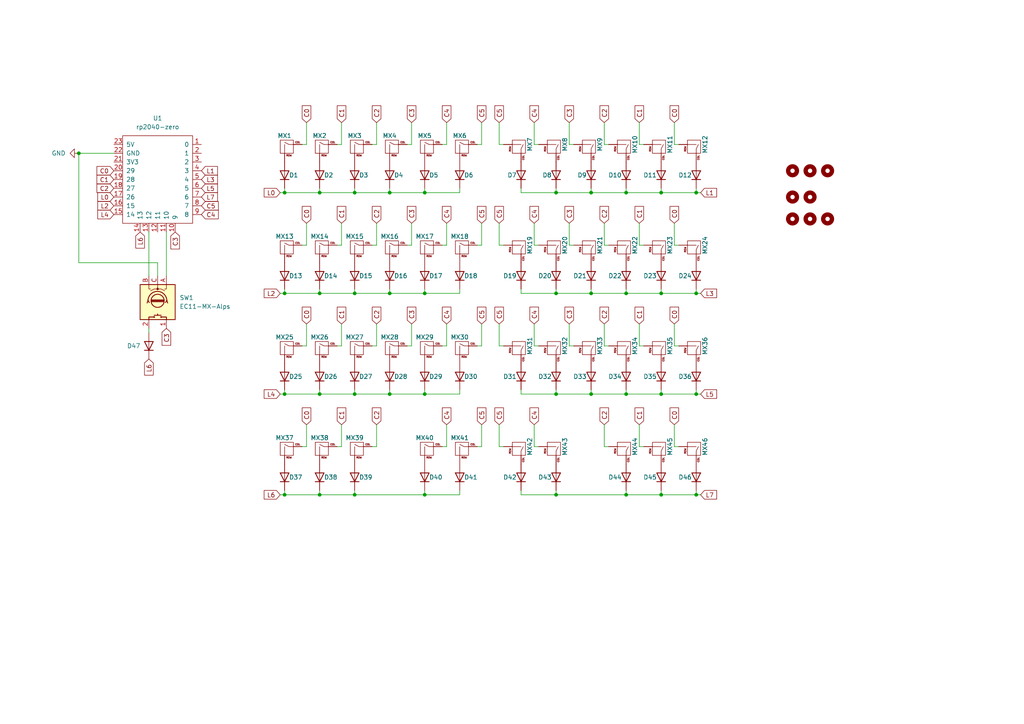
<source format=kicad_sch>
(kicad_sch (version 20230121) (generator eeschema)
  (paper "A4")
  (junction (at 201.93 114.3))
  (junction (at 22.86 44.45))
  (junction (at 181.61 114.3))
  (junction (at 161.29 114.3))
  (junction (at 123.19 143.51))
  (junction (at 191.77 143.51))
  (junction (at 191.77 114.3))
  (junction (at 181.61 143.51))
  (junction (at 113.03 114.3))
  (junction (at 171.45 55.88))
  (junction (at 113.03 85.09))
  (junction (at 82.55 143.51))
  (junction (at 102.87 55.88))
  (junction (at 161.29 55.88))
  (junction (at 191.77 85.09))
  (junction (at 123.19 114.3))
  (junction (at 82.55 85.09))
  (junction (at 123.19 55.88))
  (junction (at 82.55 114.3))
  (junction (at 201.93 55.88))
  (junction (at 113.03 55.88))
  (junction (at 201.93 85.09))
  (junction (at 181.61 55.88))
  (junction (at 123.19 85.09))
  (junction (at 92.71 114.3))
  (junction (at 201.93 143.51))
  (junction (at 92.71 143.51))
  (junction (at 92.71 85.09))
  (junction (at 102.87 114.3))
  (junction (at 82.55 55.88))
  (junction (at 181.61 85.09))
  (junction (at 161.29 143.51))
  (junction (at 171.45 114.3))
  (junction (at 171.45 85.09))
  (junction (at 161.29 85.09))
  (junction (at 92.71 55.88))
  (junction (at 191.77 55.88))
  (junction (at 102.87 85.09))
  (junction (at 102.87 143.51))
  (wire (pts (xy 185.42 129.54) (xy 186.69 129.54)))
  (wire (pts (xy 123.19 55.88) (xy 133.35 55.88)))
  (wire (pts (xy 88.9 123.19) (xy 88.9 129.54)))
  (wire (pts (xy 82.55 114.3) (xy 82.55 113.03)))
  (wire (pts (xy 201.93 85.09) (xy 191.77 85.09)))
  (wire (pts (xy 99.06 71.12) (xy 97.79 71.12)))
  (wire (pts (xy 139.7 129.54) (xy 138.43 129.54)))
  (wire (pts (xy 175.26 71.12) (xy 176.53 71.12)))
  (wire (pts (xy 181.61 55.88) (xy 171.45 55.88)))
  (wire (pts (xy 43.18 67.31) (xy 43.18 80.01)))
  (wire (pts (xy 191.77 143.51) (xy 191.77 142.24)))
  (wire (pts (xy 81.28 114.3) (xy 82.55 114.3)))
  (wire (pts (xy 161.29 143.51) (xy 181.61 143.51)))
  (wire (pts (xy 119.38 35.56) (xy 119.38 41.91)))
  (wire (pts (xy 161.29 114.3) (xy 161.29 113.03)))
  (wire (pts (xy 139.7 71.12) (xy 138.43 71.12)))
  (wire (pts (xy 102.87 85.09) (xy 113.03 85.09)))
  (wire (pts (xy 175.26 123.19) (xy 175.26 129.54)))
  (wire (pts (xy 161.29 85.09) (xy 151.13 85.09)))
  (wire (pts (xy 92.71 85.09) (xy 102.87 85.09)))
  (wire (pts (xy 139.7 93.98) (xy 139.7 100.33)))
  (wire (pts (xy 123.19 143.51) (xy 133.35 143.51)))
  (wire (pts (xy 81.28 85.09) (xy 82.55 85.09)))
  (wire (pts (xy 171.45 114.3) (xy 171.45 113.03)))
  (wire (pts (xy 203.2 114.3) (xy 201.93 114.3)))
  (wire (pts (xy 203.2 143.51) (xy 201.93 143.51)))
  (wire (pts (xy 82.55 114.3) (xy 92.71 114.3)))
  (wire (pts (xy 191.77 85.09) (xy 181.61 85.09)))
  (wire (pts (xy 191.77 114.3) (xy 191.77 113.03)))
  (wire (pts (xy 102.87 114.3) (xy 102.87 113.03)))
  (wire (pts (xy 144.78 41.91) (xy 146.05 41.91)))
  (wire (pts (xy 185.42 123.19) (xy 185.42 129.54)))
  (wire (pts (xy 161.29 55.88) (xy 161.29 54.61)))
  (wire (pts (xy 88.9 71.12) (xy 87.63 71.12)))
  (wire (pts (xy 102.87 55.88) (xy 102.87 54.61)))
  (wire (pts (xy 109.22 100.33) (xy 107.95 100.33)))
  (wire (pts (xy 181.61 55.88) (xy 181.61 54.61)))
  (wire (pts (xy 92.71 85.09) (xy 92.71 83.82)))
  (wire (pts (xy 113.03 114.3) (xy 123.19 114.3)))
  (wire (pts (xy 133.35 55.88) (xy 133.35 54.61)))
  (wire (pts (xy 123.19 85.09) (xy 123.19 83.82)))
  (wire (pts (xy 129.54 93.98) (xy 129.54 100.33)))
  (wire (pts (xy 48.26 67.31) (xy 48.26 80.01)))
  (wire (pts (xy 119.38 100.33) (xy 118.11 100.33)))
  (wire (pts (xy 161.29 143.51) (xy 151.13 143.51)))
  (wire (pts (xy 161.29 85.09) (xy 161.29 83.82)))
  (wire (pts (xy 165.1 93.98) (xy 165.1 100.33)))
  (wire (pts (xy 133.35 143.51) (xy 133.35 142.24)))
  (wire (pts (xy 165.1 64.77) (xy 165.1 71.12)))
  (wire (pts (xy 191.77 55.88) (xy 181.61 55.88)))
  (wire (pts (xy 201.93 143.51) (xy 191.77 143.51)))
  (wire (pts (xy 45.72 80.01) (xy 45.72 76.2)))
  (wire (pts (xy 99.06 129.54) (xy 97.79 129.54)))
  (wire (pts (xy 195.58 71.12) (xy 196.85 71.12)))
  (wire (pts (xy 123.19 55.88) (xy 123.19 54.61)))
  (wire (pts (xy 99.06 93.98) (xy 99.06 100.33)))
  (wire (pts (xy 185.42 100.33) (xy 186.69 100.33)))
  (wire (pts (xy 113.03 55.88) (xy 123.19 55.88)))
  (wire (pts (xy 195.58 64.77) (xy 195.58 71.12)))
  (wire (pts (xy 109.22 41.91) (xy 107.95 41.91)))
  (wire (pts (xy 82.55 143.51) (xy 92.71 143.51)))
  (wire (pts (xy 92.71 143.51) (xy 92.71 142.24)))
  (wire (pts (xy 43.18 96.52) (xy 43.18 95.25)))
  (wire (pts (xy 113.03 114.3) (xy 113.03 113.03)))
  (wire (pts (xy 88.9 64.77) (xy 88.9 71.12)))
  (wire (pts (xy 201.93 143.51) (xy 201.93 142.24)))
  (wire (pts (xy 171.45 85.09) (xy 161.29 85.09)))
  (wire (pts (xy 82.55 55.88) (xy 92.71 55.88)))
  (wire (pts (xy 154.94 129.54) (xy 156.21 129.54)))
  (wire (pts (xy 165.1 35.56) (xy 165.1 41.91)))
  (wire (pts (xy 144.78 123.19) (xy 144.78 129.54)))
  (wire (pts (xy 154.94 64.77) (xy 154.94 71.12)))
  (wire (pts (xy 113.03 85.09) (xy 113.03 83.82)))
  (wire (pts (xy 139.7 100.33) (xy 138.43 100.33)))
  (wire (pts (xy 92.71 55.88) (xy 92.71 54.61)))
  (wire (pts (xy 195.58 100.33) (xy 196.85 100.33)))
  (wire (pts (xy 99.06 35.56) (xy 99.06 41.91)))
  (wire (pts (xy 175.26 41.91) (xy 176.53 41.91)))
  (wire (pts (xy 129.54 41.91) (xy 128.27 41.91)))
  (wire (pts (xy 181.61 85.09) (xy 171.45 85.09)))
  (wire (pts (xy 195.58 93.98) (xy 195.58 100.33)))
  (wire (pts (xy 109.22 64.77) (xy 109.22 71.12)))
  (wire (pts (xy 185.42 71.12) (xy 186.69 71.12)))
  (wire (pts (xy 99.06 123.19) (xy 99.06 129.54)))
  (wire (pts (xy 161.29 143.51) (xy 161.29 142.24)))
  (wire (pts (xy 119.38 93.98) (xy 119.38 100.33)))
  (wire (pts (xy 185.42 64.77) (xy 185.42 71.12)))
  (wire (pts (xy 133.35 85.09) (xy 133.35 83.82)))
  (wire (pts (xy 175.26 64.77) (xy 175.26 71.12)))
  (wire (pts (xy 109.22 35.56) (xy 109.22 41.91)))
  (wire (pts (xy 151.13 85.09) (xy 151.13 83.82)))
  (wire (pts (xy 119.38 64.77) (xy 119.38 71.12)))
  (wire (pts (xy 151.13 114.3) (xy 151.13 113.03)))
  (wire (pts (xy 123.19 85.09) (xy 133.35 85.09)))
  (wire (pts (xy 99.06 64.77) (xy 99.06 71.12)))
  (wire (pts (xy 165.1 100.33) (xy 166.37 100.33)))
  (wire (pts (xy 181.61 114.3) (xy 171.45 114.3)))
  (wire (pts (xy 88.9 129.54) (xy 87.63 129.54)))
  (wire (pts (xy 22.86 76.2) (xy 22.86 44.45)))
  (wire (pts (xy 123.19 143.51) (xy 123.19 142.24)))
  (wire (pts (xy 139.7 64.77) (xy 139.7 71.12)))
  (wire (pts (xy 102.87 143.51) (xy 102.87 142.24)))
  (wire (pts (xy 92.71 143.51) (xy 102.87 143.51)))
  (wire (pts (xy 181.61 143.51) (xy 181.61 142.24)))
  (wire (pts (xy 165.1 71.12) (xy 166.37 71.12)))
  (wire (pts (xy 102.87 85.09) (xy 102.87 83.82)))
  (wire (pts (xy 175.26 93.98) (xy 175.26 100.33)))
  (wire (pts (xy 195.58 41.91) (xy 196.85 41.91)))
  (wire (pts (xy 45.72 76.2) (xy 22.86 76.2)))
  (wire (pts (xy 109.22 123.19) (xy 109.22 129.54)))
  (wire (pts (xy 201.93 85.09) (xy 201.93 83.82)))
  (wire (pts (xy 161.29 114.3) (xy 151.13 114.3)))
  (wire (pts (xy 154.94 41.91) (xy 156.21 41.91)))
  (wire (pts (xy 175.26 100.33) (xy 176.53 100.33)))
  (wire (pts (xy 161.29 55.88) (xy 151.13 55.88)))
  (wire (pts (xy 195.58 35.56) (xy 195.58 41.91)))
  (wire (pts (xy 144.78 93.98) (xy 144.78 100.33)))
  (wire (pts (xy 175.26 35.56) (xy 175.26 41.91)))
  (wire (pts (xy 154.94 100.33) (xy 156.21 100.33)))
  (wire (pts (xy 165.1 41.91) (xy 166.37 41.91)))
  (wire (pts (xy 191.77 55.88) (xy 191.77 54.61)))
  (wire (pts (xy 185.42 93.98) (xy 185.42 100.33)))
  (wire (pts (xy 82.55 85.09) (xy 92.71 85.09)))
  (wire (pts (xy 81.28 143.51) (xy 82.55 143.51)))
  (wire (pts (xy 154.94 71.12) (xy 156.21 71.12)))
  (wire (pts (xy 22.86 44.45) (xy 33.02 44.45)))
  (wire (pts (xy 88.9 100.33) (xy 87.63 100.33)))
  (wire (pts (xy 92.71 114.3) (xy 102.87 114.3)))
  (wire (pts (xy 181.61 85.09) (xy 181.61 83.82)))
  (wire (pts (xy 92.71 114.3) (xy 92.71 113.03)))
  (wire (pts (xy 139.7 35.56) (xy 139.7 41.91)))
  (wire (pts (xy 144.78 100.33) (xy 146.05 100.33)))
  (wire (pts (xy 123.19 114.3) (xy 133.35 114.3)))
  (wire (pts (xy 139.7 41.91) (xy 138.43 41.91)))
  (wire (pts (xy 175.26 129.54) (xy 176.53 129.54)))
  (wire (pts (xy 92.71 55.88) (xy 102.87 55.88)))
  (wire (pts (xy 102.87 143.51) (xy 123.19 143.51)))
  (wire (pts (xy 88.9 93.98) (xy 88.9 100.33)))
  (wire (pts (xy 129.54 71.12) (xy 128.27 71.12)))
  (wire (pts (xy 201.93 55.88) (xy 191.77 55.88)))
  (wire (pts (xy 203.2 85.09) (xy 201.93 85.09)))
  (wire (pts (xy 88.9 35.56) (xy 88.9 41.91)))
  (wire (pts (xy 139.7 123.19) (xy 139.7 129.54)))
  (wire (pts (xy 191.77 114.3) (xy 181.61 114.3)))
  (wire (pts (xy 129.54 35.56) (xy 129.54 41.91)))
  (wire (pts (xy 144.78 129.54) (xy 146.05 129.54)))
  (wire (pts (xy 119.38 41.91) (xy 118.11 41.91)))
  (wire (pts (xy 151.13 143.51) (xy 151.13 142.24)))
  (wire (pts (xy 82.55 143.51) (xy 82.55 142.24)))
  (wire (pts (xy 203.2 55.88) (xy 201.93 55.88)))
  (wire (pts (xy 99.06 100.33) (xy 97.79 100.33)))
  (wire (pts (xy 109.22 71.12) (xy 107.95 71.12)))
  (wire (pts (xy 151.13 55.88) (xy 151.13 54.61)))
  (wire (pts (xy 99.06 41.91) (xy 97.79 41.91)))
  (wire (pts (xy 201.93 55.88) (xy 201.93 54.61)))
  (wire (pts (xy 195.58 129.54) (xy 196.85 129.54)))
  (wire (pts (xy 82.55 55.88) (xy 82.55 54.61)))
  (wire (pts (xy 185.42 35.56) (xy 185.42 41.91)))
  (wire (pts (xy 113.03 55.88) (xy 113.03 54.61)))
  (wire (pts (xy 201.93 114.3) (xy 201.93 113.03)))
  (wire (pts (xy 129.54 129.54) (xy 128.27 129.54)))
  (wire (pts (xy 154.94 93.98) (xy 154.94 100.33)))
  (wire (pts (xy 129.54 123.19) (xy 129.54 129.54)))
  (wire (pts (xy 144.78 35.56) (xy 144.78 41.91)))
  (wire (pts (xy 195.58 123.19) (xy 195.58 129.54)))
  (wire (pts (xy 88.9 41.91) (xy 87.63 41.91)))
  (wire (pts (xy 171.45 55.88) (xy 171.45 54.61)))
  (wire (pts (xy 181.61 114.3) (xy 181.61 113.03)))
  (wire (pts (xy 144.78 64.77) (xy 144.78 71.12)))
  (wire (pts (xy 102.87 55.88) (xy 113.03 55.88)))
  (wire (pts (xy 82.55 85.09) (xy 82.55 83.82)))
  (wire (pts (xy 81.28 55.88) (xy 82.55 55.88)))
  (wire (pts (xy 191.77 85.09) (xy 191.77 83.82)))
  (wire (pts (xy 102.87 114.3) (xy 113.03 114.3)))
  (wire (pts (xy 129.54 100.33) (xy 128.27 100.33)))
  (wire (pts (xy 185.42 41.91) (xy 186.69 41.91)))
  (wire (pts (xy 109.22 129.54) (xy 107.95 129.54)))
  (wire (pts (xy 123.19 114.3) (xy 123.19 113.03)))
  (wire (pts (xy 133.35 114.3) (xy 133.35 113.03)))
  (wire (pts (xy 171.45 114.3) (xy 161.29 114.3)))
  (wire (pts (xy 201.93 114.3) (xy 191.77 114.3)))
  (wire (pts (xy 144.78 71.12) (xy 146.05 71.12)))
  (wire (pts (xy 109.22 93.98) (xy 109.22 100.33)))
  (wire (pts (xy 129.54 64.77) (xy 129.54 71.12)))
  (wire (pts (xy 113.03 85.09) (xy 123.19 85.09)))
  (wire (pts (xy 171.45 85.09) (xy 171.45 83.82)))
  (wire (pts (xy 119.38 71.12) (xy 118.11 71.12)))
  (wire (pts (xy 154.94 123.19) (xy 154.94 129.54)))
  (wire (pts (xy 171.45 55.88) (xy 161.29 55.88)))
  (wire (pts (xy 154.94 35.56) (xy 154.94 41.91)))
  (wire (pts (xy 191.77 143.51) (xy 181.61 143.51)))
  (global_label "C2" (shape input) (at 175.26 93.98 90) (property "Intersheetrefs" "${INTERSHEET_REFS}" (effects hide)))
  (global_label "C0" (shape input) (at 88.9 123.19 90) (property "Intersheetrefs" "${INTERSHEET_REFS}" (effects hide)))
  (global_label "C4" (shape input) (at 154.94 123.19 90) (property "Intersheetrefs" "${INTERSHEET_REFS}" (effects hide)))
  (global_label "L3" (shape input) (at 203.2 85.09 0) (property "Intersheetrefs" "${INTERSHEET_REFS}" (effects hide)))
  (global_label "C3" (shape input) (at 165.1 93.98 90) (property "Intersheetrefs" "${INTERSHEET_REFS}" (effects hide)))
  (global_label "L6" (shape input) (at 43.18 104.14 270) (property "Intersheetrefs" "${INTERSHEET_REFS}" (effects hide)))
  (global_label "C4" (shape input) (at 129.54 123.19 90) (property "Intersheetrefs" "${INTERSHEET_REFS}" (effects hide)))
  (global_label "L0" (shape input) (at 33.02 57.15 180) (property "Intersheetrefs" "${INTERSHEET_REFS}" (effects hide)))
  (global_label "C1" (shape input) (at 99.06 123.19 90) (property "Intersheetrefs" "${INTERSHEET_REFS}" (effects hide)))
  (global_label "L3" (shape input) (at 58.42 52.07 0) (property "Intersheetrefs" "${INTERSHEET_REFS}" (effects hide)))
  (global_label "L7" (shape input) (at 203.2 143.51 0) (property "Intersheetrefs" "${INTERSHEET_REFS}" (effects hide)))
  (global_label "C3" (shape input) (at 119.38 64.77 90) (property "Intersheetrefs" "${INTERSHEET_REFS}" (effects hide)))
  (global_label "C4" (shape input) (at 154.94 35.56 90) (property "Intersheetrefs" "${INTERSHEET_REFS}" (effects hide)))
  (global_label "C0" (shape input) (at 88.9 93.98 90) (property "Intersheetrefs" "${INTERSHEET_REFS}" (effects hide)))
  (global_label "L0" (shape input) (at 81.28 55.88 180) (property "Intersheetrefs" "${INTERSHEET_REFS}" (effects hide)))
  (global_label "C5" (shape input) (at 139.7 64.77 90) (property "Intersheetrefs" "${INTERSHEET_REFS}" (effects hide)))
  (global_label "L2" (shape input) (at 81.28 85.09 180) (property "Intersheetrefs" "${INTERSHEET_REFS}" (effects hide)))
  (global_label "L4" (shape input) (at 33.02 62.23 180) (property "Intersheetrefs" "${INTERSHEET_REFS}" (effects hide)))
  (global_label "C5" (shape input) (at 58.42 59.69 0) (property "Intersheetrefs" "${INTERSHEET_REFS}" (effects hide)))
  (global_label "C0" (shape input) (at 195.58 64.77 90) (property "Intersheetrefs" "${INTERSHEET_REFS}" (effects hide)))
  (global_label "L5" (shape input) (at 203.2 114.3 0) (property "Intersheetrefs" "${INTERSHEET_REFS}" (effects hide)))
  (global_label "C5" (shape input) (at 144.78 123.19 90) (property "Intersheetrefs" "${INTERSHEET_REFS}" (effects hide)))
  (global_label "C4" (shape input) (at 129.54 64.77 90) (property "Intersheetrefs" "${INTERSHEET_REFS}" (effects hide)))
  (global_label "L5" (shape input) (at 58.42 54.61 0) (property "Intersheetrefs" "${INTERSHEET_REFS}" (effects hide)))
  (global_label "C1" (shape input) (at 185.42 64.77 90) (property "Intersheetrefs" "${INTERSHEET_REFS}" (effects hide)))
  (global_label "L2" (shape input) (at 33.02 59.69 180) (property "Intersheetrefs" "${INTERSHEET_REFS}" (effects hide)))
  (global_label "C3" (shape input) (at 119.38 35.56 90) (property "Intersheetrefs" "${INTERSHEET_REFS}" (effects hide)))
  (global_label "L7" (shape input) (at 58.42 57.15 0) (property "Intersheetrefs" "${INTERSHEET_REFS}" (effects hide)))
  (global_label "C2" (shape input) (at 109.22 35.56 90) (property "Intersheetrefs" "${INTERSHEET_REFS}" (effects hide)))
  (global_label "L1" (shape input) (at 58.42 49.53 0) (property "Intersheetrefs" "${INTERSHEET_REFS}" (effects hide)))
  (global_label "C1" (shape input) (at 33.02 52.07 180) (property "Intersheetrefs" "${INTERSHEET_REFS}" (effects hide)))
  (global_label "L6" (shape input) (at 81.28 143.51 180) (property "Intersheetrefs" "${INTERSHEET_REFS}" (effects hide)))
  (global_label "C1" (shape input) (at 185.42 93.98 90) (property "Intersheetrefs" "${INTERSHEET_REFS}" (effects hide)))
  (global_label "C3" (shape input) (at 50.8 67.31 270) (property "Intersheetrefs" "${INTERSHEET_REFS}" (effects hide)))
  (global_label "C0" (shape input) (at 195.58 123.19 90) (property "Intersheetrefs" "${INTERSHEET_REFS}" (effects hide)))
  (global_label "C4" (shape input) (at 154.94 64.77 90) (property "Intersheetrefs" "${INTERSHEET_REFS}" (effects hide)))
  (global_label "C4" (shape input) (at 154.94 93.98 90) (property "Intersheetrefs" "${INTERSHEET_REFS}" (effects hide)))
  (global_label "C1" (shape input) (at 185.42 35.56 90) (property "Intersheetrefs" "${INTERSHEET_REFS}" (effects hide)))
  (global_label "C5" (shape input) (at 144.78 93.98 90) (property "Intersheetrefs" "${INTERSHEET_REFS}" (effects hide)))
  (global_label "L4" (shape input) (at 81.28 114.3 180) (property "Intersheetrefs" "${INTERSHEET_REFS}" (effects hide)))
  (global_label "C2" (shape input) (at 175.26 64.77 90) (property "Intersheetrefs" "${INTERSHEET_REFS}" (effects hide)))
  (global_label "C0" (shape input) (at 88.9 35.56 90) (property "Intersheetrefs" "${INTERSHEET_REFS}" (effects hide)))
  (global_label "C2" (shape input) (at 175.26 35.56 90) (property "Intersheetrefs" "${INTERSHEET_REFS}" (effects hide)))
  (global_label "C0" (shape input) (at 195.58 35.56 90) (property "Intersheetrefs" "${INTERSHEET_REFS}" (effects hide)))
  (global_label "C2" (shape input) (at 33.02 54.61 180) (property "Intersheetrefs" "${INTERSHEET_REFS}" (effects hide)))
  (global_label "C2" (shape input) (at 109.22 93.98 90) (property "Intersheetrefs" "${INTERSHEET_REFS}" (effects hide)))
  (global_label "C3" (shape input) (at 165.1 35.56 90) (property "Intersheetrefs" "${INTERSHEET_REFS}" (effects hide)))
  (global_label "C2" (shape input) (at 175.26 123.19 90) (property "Intersheetrefs" "${INTERSHEET_REFS}" (effects hide)))
  (global_label "C5" (shape input) (at 139.7 123.19 90) (property "Intersheetrefs" "${INTERSHEET_REFS}" (effects hide)))
  (global_label "C4" (shape input) (at 58.42 62.23 0) (property "Intersheetrefs" "${INTERSHEET_REFS}" (effects hide)))
  (global_label "C3" (shape input) (at 119.38 93.98 90) (property "Intersheetrefs" "${INTERSHEET_REFS}" (effects hide)))
  (global_label "C1" (shape input) (at 99.06 64.77 90) (property "Intersheetrefs" "${INTERSHEET_REFS}" (effects hide)))
  (global_label "C4" (shape input) (at 129.54 93.98 90) (property "Intersheetrefs" "${INTERSHEET_REFS}" (effects hide)))
  (global_label "C2" (shape input) (at 109.22 123.19 90) (property "Intersheetrefs" "${INTERSHEET_REFS}" (effects hide)))
  (global_label "C0" (shape input) (at 88.9 64.77 90) (property "Intersheetrefs" "${INTERSHEET_REFS}" (effects hide)))
  (global_label "C0" (shape input) (at 195.58 93.98 90) (property "Intersheetrefs" "${INTERSHEET_REFS}" (effects hide)))
  (global_label "L1" (shape input) (at 203.2 55.88 0) (property "Intersheetrefs" "${INTERSHEET_REFS}" (effects hide)))
  (global_label "C5" (shape input) (at 144.78 35.56 90) (property "Intersheetrefs" "${INTERSHEET_REFS}" (effects hide)))
  (global_label "C5" (shape input) (at 139.7 93.98 90) (property "Intersheetrefs" "${INTERSHEET_REFS}" (effects hide)))
  (global_label "C5" (shape input) (at 139.7 35.56 90) (property "Intersheetrefs" "${INTERSHEET_REFS}" (effects hide)))
  (global_label "C5" (shape input) (at 144.78 64.77 90) (property "Intersheetrefs" "${INTERSHEET_REFS}" (effects hide)))
  (global_label "C1" (shape input) (at 99.06 35.56 90) (property "Intersheetrefs" "${INTERSHEET_REFS}" (effects hide)))
  (global_label "C3" (shape input) (at 165.1 64.77 90) (property "Intersheetrefs" "${INTERSHEET_REFS}" (effects hide)))
  (global_label "C2" (shape input) (at 109.22 64.77 90) (property "Intersheetrefs" "${INTERSHEET_REFS}" (effects hide)))
  (global_label "L6" (shape input) (at 40.64 67.31 270) (property "Intersheetrefs" "${INTERSHEET_REFS}" (effects hide)))
  (global_label "C3" (shape input) (at 48.26 95.25 270) (property "Intersheetrefs" "${INTERSHEET_REFS}" (effects hide)))
  (global_label "C1" (shape input) (at 99.06 93.98 90) (property "Intersheetrefs" "${INTERSHEET_REFS}" (effects hide)))
  (global_label "C4" (shape input) (at 129.54 35.56 90) (property "Intersheetrefs" "${INTERSHEET_REFS}" (effects hide)))
  (global_label "C0" (shape input) (at 33.02 49.53 180) (property "Intersheetrefs" "${INTERSHEET_REFS}" (effects hide)))
  (global_label "C1" (shape input) (at 185.42 123.19 90) (property "Intersheetrefs" "${INTERSHEET_REFS}" (effects hide)))
  (symbol (lib_id "Diode:1N4148") (at 151.13 138.43 270) (mirror x) (unit 1)
    (property "Reference" "D42" (at 149.86 138.43 90) (effects (justify right)))
    (property "Value" "1N4148" (effects hide))
    (property "Footprint" "Diode_THT:D_DO-35_SOD27_P7.62mm_Horizontal" (effects hide))
    (property "Datasheet" "https://assets.nexperia.com/documents/data-sheet/1N4148_1N4448.pdf" (effects hide))
    (property "Sim.Device" "D" (effects hide))
    (property "Sim.Pins" "1=K 2=A" (effects hide))
  )
  (symbol (lib_id "PCM_0xcb:MX") (at 83.82 71.12 0) (unit 1)
    (property "Reference" "MX13" (at 82.55 68.58 0))
    (property "Value" "MX" (effects hide))
    (property "Footprint" "lib:SW_MX_reversible" (effects hide))
  )
  (symbol (lib_id "PCM_0xcb:MX") (at 114.3 41.91 0) (unit 1)
    (property "Reference" "MX4" (at 113.03 39.37 0))
    (property "Value" "MX" (effects hide))
    (property "Footprint" "lib:SW_MX_reversible" (effects hide))
  )
  (symbol (lib_id "Diode:1N4148") (at 92.71 138.43 90) (unit 1)
    (property "Reference" "D38" (at 93.98 138.43 90) (effects (justify right)))
    (property "Value" "1N4148" (effects hide))
    (property "Footprint" "Diode_THT:D_DO-35_SOD27_P7.62mm_Horizontal" (effects hide))
    (property "Datasheet" "https://assets.nexperia.com/documents/data-sheet/1N4148_1N4448.pdf" (effects hide))
    (property "Sim.Device" "D" (effects hide))
    (property "Sim.Pins" "1=K 2=A" (effects hide))
  )
  (symbol (lib_id "Diode:1N4148") (at 123.19 80.01 90) (unit 1)
    (property "Reference" "D17" (at 124.46 80.01 90) (effects (justify right)))
    (property "Value" "1N4148" (effects hide))
    (property "Footprint" "Diode_THT:D_DO-35_SOD27_P7.62mm_Horizontal" (effects hide))
    (property "Datasheet" "https://assets.nexperia.com/documents/data-sheet/1N4148_1N4448.pdf" (effects hide))
    (property "Sim.Device" "D" (effects hide))
    (property "Sim.Pins" "1=K 2=A" (effects hide))
  )
  (symbol (lib_id "Diode:1N4148") (at 151.13 50.8 270) (mirror x) (unit 1)
    (property "Reference" "D7" (at 149.86 50.8 90) (effects (justify right)))
    (property "Value" "1N4148" (effects hide))
    (property "Footprint" "Diode_THT:D_DO-35_SOD27_P7.62mm_Horizontal" (effects hide))
    (property "Datasheet" "https://assets.nexperia.com/documents/data-sheet/1N4148_1N4448.pdf" (effects hide))
    (property "Sim.Device" "D" (effects hide))
    (property "Sim.Pins" "1=K 2=A" (effects hide))
  )
  (symbol (lib_id "Diode:1N4148") (at 181.61 50.8 270) (mirror x) (unit 1)
    (property "Reference" "D10" (at 180.34 50.8 90) (effects (justify right)))
    (property "Value" "1N4148" (effects hide))
    (property "Footprint" "Diode_THT:D_DO-35_SOD27_P7.62mm_Horizontal" (effects hide))
    (property "Datasheet" "https://assets.nexperia.com/documents/data-sheet/1N4148_1N4448.pdf" (effects hide))
    (property "Sim.Device" "D" (effects hide))
    (property "Sim.Pins" "1=K 2=A" (effects hide))
  )
  (symbol (lib_id "Diode:1N4148") (at 181.61 80.01 270) (mirror x) (unit 1)
    (property "Reference" "D22" (at 180.34 80.01 90) (effects (justify right)))
    (property "Value" "1N4148" (effects hide))
    (property "Footprint" "Diode_THT:D_DO-35_SOD27_P7.62mm_Horizontal" (effects hide))
    (property "Datasheet" "https://assets.nexperia.com/documents/data-sheet/1N4148_1N4448.pdf" (effects hide))
    (property "Sim.Device" "D" (effects hide))
    (property "Sim.Pins" "1=K 2=A" (effects hide))
  )
  (symbol (lib_id "PCM_0xcb:MX") (at 83.82 41.91 0) (unit 1)
    (property "Reference" "MX1" (at 82.55 39.37 0))
    (property "Value" "MX" (effects hide))
    (property "Footprint" "lib:SW_MX_reversible" (effects hide))
  )
  (symbol (lib_id "PCM_0xcb:MX") (at 151.13 130.81 270) (unit 1)
    (property "Reference" "MX42" (at 153.67 129.54 0))
    (property "Value" "MX" (effects hide))
    (property "Footprint" "lib:SW_MX_reversible" (effects hide))
  )
  (symbol (lib_id "PCM_0xcb:MX") (at 181.61 101.6 270) (unit 1)
    (property "Reference" "MX34" (at 184.15 100.33 0))
    (property "Value" "MX" (effects hide))
    (property "Footprint" "lib:SW_MX_reversible" (effects hide))
  )
  (symbol (lib_id "Diode:1N4148") (at 43.18 100.33 90) (unit 1)
    (property "Reference" "D47" (at 36.83 100.33 90) (effects (justify right)))
    (property "Value" "1N4148" (effects hide))
    (property "Footprint" "Diode_THT:D_DO-35_SOD27_P7.62mm_Horizontal" (effects hide))
    (property "Datasheet" "https://assets.nexperia.com/documents/data-sheet/1N4148_1N4448.pdf" (effects hide))
    (property "Sim.Device" "D" (effects hide))
    (property "Sim.Pins" "1=K 2=A" (effects hide))
  )
  (symbol (lib_id "PCM_0xcb:MX") (at 181.61 130.81 270) (unit 1)
    (property "Reference" "MX44" (at 184.15 129.54 0))
    (property "Value" "MX" (effects hide))
    (property "Footprint" "lib:SW_MX_reversible" (effects hide))
  )
  (symbol (lib_id "PCM_0xcb:MX") (at 104.14 41.91 0) (unit 1)
    (property "Reference" "MX3" (at 102.87 39.37 0))
    (property "Value" "MX" (effects hide))
    (property "Footprint" "lib:SW_MX_reversible" (effects hide))
  )
  (symbol (lib_id "PCM_0xcb:MX") (at 134.62 41.91 0) (unit 1)
    (property "Reference" "MX6" (at 133.35 39.37 0))
    (property "Value" "MX" (effects hide))
    (property "Footprint" "lib:SW_MX_reversible" (effects hide))
  )
  (symbol (lib_id "PCM_0xcb:MX") (at 114.3 100.33 0) (unit 1)
    (property "Reference" "MX28" (at 113.03 97.79 0))
    (property "Value" "MX" (effects hide))
    (property "Footprint" "lib:SW_MX_reversible" (effects hide))
  )
  (symbol (lib_id "PCM_0xcb:MX") (at 161.29 101.6 270) (unit 1)
    (property "Reference" "MX32" (at 163.83 100.33 0))
    (property "Value" "MX" (effects hide))
    (property "Footprint" "lib:SW_MX_reversible" (effects hide))
  )
  (symbol (lib_id "PCM_0xcb:MX") (at 83.82 129.54 0) (unit 1)
    (property "Reference" "MX37" (at 82.55 127 0))
    (property "Value" "MX" (effects hide))
    (property "Footprint" "lib:SW_MX_reversible" (effects hide))
  )
  (symbol (lib_id "Diode:1N4148") (at 191.77 109.22 270) (mirror x) (unit 1)
    (property "Reference" "D35" (at 190.5 109.22 90) (effects (justify right)))
    (property "Value" "1N4148" (effects hide))
    (property "Footprint" "Diode_THT:D_DO-35_SOD27_P7.62mm_Horizontal" (effects hide))
    (property "Datasheet" "https://assets.nexperia.com/documents/data-sheet/1N4148_1N4448.pdf" (effects hide))
    (property "Sim.Device" "D" (effects hide))
    (property "Sim.Pins" "1=K 2=A" (effects hide))
  )
  (symbol (lib_id "Diode:1N4148") (at 102.87 109.22 90) (unit 1)
    (property "Reference" "D27" (at 104.14 109.22 90) (effects (justify right)))
    (property "Value" "1N4148" (effects hide))
    (property "Footprint" "Diode_THT:D_DO-35_SOD27_P7.62mm_Horizontal" (effects hide))
    (property "Datasheet" "https://assets.nexperia.com/documents/data-sheet/1N4148_1N4448.pdf" (effects hide))
    (property "Sim.Device" "D" (effects hide))
    (property "Sim.Pins" "1=K 2=A" (effects hide))
  )
  (symbol (lib_id "PCM_0xcb:MX") (at 201.93 72.39 270) (unit 1)
    (property "Reference" "MX24" (at 204.47 71.12 0))
    (property "Value" "MX" (effects hide))
    (property "Footprint" "lib:SW_MX_reversible" (effects hide))
  )
  (symbol (lib_id "Diode:1N4148") (at 171.45 50.8 270) (mirror x) (unit 1)
    (property "Reference" "D9" (at 170.18 50.8 90) (effects (justify right)))
    (property "Value" "1N4148" (effects hide))
    (property "Footprint" "Diode_THT:D_DO-35_SOD27_P7.62mm_Horizontal" (effects hide))
    (property "Datasheet" "https://assets.nexperia.com/documents/data-sheet/1N4148_1N4448.pdf" (effects hide))
    (property "Sim.Device" "D" (effects hide))
    (property "Sim.Pins" "1=K 2=A" (effects hide))
  )
  (symbol (lib_id "PCM_0xcb:MX") (at 191.77 130.81 270) (unit 1)
    (property "Reference" "MX45" (at 194.31 129.54 0))
    (property "Value" "MX" (effects hide))
    (property "Footprint" "lib:SW_MX_reversible" (effects hide))
  )
  (symbol (lib_id "PCM_0xcb:MX") (at 93.98 100.33 0) (unit 1)
    (property "Reference" "MX26" (at 92.71 97.79 0))
    (property "Value" "MX" (effects hide))
    (property "Footprint" "lib:SW_MX_reversible" (effects hide))
  )
  (symbol (lib_id "PCM_0xcb:MX") (at 134.62 100.33 0) (unit 1)
    (property "Reference" "MX30" (at 133.35 97.79 0))
    (property "Value" "MX" (effects hide))
    (property "Footprint" "lib:SW_MX_reversible" (effects hide))
  )
  (symbol (lib_id "Diode:1N4148") (at 161.29 138.43 270) (mirror x) (unit 1)
    (property "Reference" "D43" (at 160.02 138.43 90) (effects (justify right)))
    (property "Value" "1N4148" (effects hide))
    (property "Footprint" "Diode_THT:D_DO-35_SOD27_P7.62mm_Horizontal" (effects hide))
    (property "Datasheet" "https://assets.nexperia.com/documents/data-sheet/1N4148_1N4448.pdf" (effects hide))
    (property "Sim.Device" "D" (effects hide))
    (property "Sim.Pins" "1=K 2=A" (effects hide))
  )
  (symbol (lib_id "Diode:1N4148") (at 201.93 80.01 270) (mirror x) (unit 1)
    (property "Reference" "D24" (at 200.66 80.01 90) (effects (justify right)))
    (property "Value" "1N4148" (effects hide))
    (property "Footprint" "Diode_THT:D_DO-35_SOD27_P7.62mm_Horizontal" (effects hide))
    (property "Datasheet" "https://assets.nexperia.com/documents/data-sheet/1N4148_1N4448.pdf" (effects hide))
    (property "Sim.Device" "D" (effects hide))
    (property "Sim.Pins" "1=K 2=A" (effects hide))
  )
  (symbol (lib_id "Diode:1N4148") (at 191.77 50.8 270) (mirror x) (unit 1)
    (property "Reference" "D11" (at 190.5 50.8 90) (effects (justify right)))
    (property "Value" "1N4148" (effects hide))
    (property "Footprint" "Diode_THT:D_DO-35_SOD27_P7.62mm_Horizontal" (effects hide))
    (property "Datasheet" "https://assets.nexperia.com/documents/data-sheet/1N4148_1N4448.pdf" (effects hide))
    (property "Sim.Device" "D" (effects hide))
    (property "Sim.Pins" "1=K 2=A" (effects hide))
  )
  (symbol (lib_id "Diode:1N4148") (at 181.61 138.43 270) (mirror x) (unit 1)
    (property "Reference" "D44" (at 180.34 138.43 90) (effects (justify right)))
    (property "Value" "1N4148" (effects hide))
    (property "Footprint" "Diode_THT:D_DO-35_SOD27_P7.62mm_Horizontal" (effects hide))
    (property "Datasheet" "https://assets.nexperia.com/documents/data-sheet/1N4148_1N4448.pdf" (effects hide))
    (property "Sim.Device" "D" (effects hide))
    (property "Sim.Pins" "1=K 2=A" (effects hide))
  )
  (symbol (lib_id "Diode:1N4148") (at 92.71 80.01 90) (unit 1)
    (property "Reference" "D14" (at 93.98 80.01 90) (effects (justify right)))
    (property "Value" "1N4148" (effects hide))
    (property "Footprint" "Diode_THT:D_DO-35_SOD27_P7.62mm_Horizontal" (effects hide))
    (property "Datasheet" "https://assets.nexperia.com/documents/data-sheet/1N4148_1N4448.pdf" (effects hide))
    (property "Sim.Device" "D" (effects hide))
    (property "Sim.Pins" "1=K 2=A" (effects hide))
  )
  (symbol (lib_id "Diode:1N4148") (at 102.87 50.8 90) (unit 1)
    (property "Reference" "D3" (at 104.14 50.8 90) (effects (justify right)))
    (property "Value" "1N4148" (effects hide))
    (property "Footprint" "Diode_THT:D_DO-35_SOD27_P7.62mm_Horizontal" (effects hide))
    (property "Datasheet" "https://assets.nexperia.com/documents/data-sheet/1N4148_1N4448.pdf" (effects hide))
    (property "Sim.Device" "D" (effects hide))
    (property "Sim.Pins" "1=K 2=A" (effects hide))
  )
  (symbol (lib_id "Diode:1N4148") (at 123.19 50.8 90) (unit 1)
    (property "Reference" "D5" (at 124.46 50.8 90) (effects (justify right)))
    (property "Value" "1N4148" (effects hide))
    (property "Footprint" "Diode_THT:D_DO-35_SOD27_P7.62mm_Horizontal" (effects hide))
    (property "Datasheet" "https://assets.nexperia.com/documents/data-sheet/1N4148_1N4448.pdf" (effects hide))
    (property "Sim.Device" "D" (effects hide))
    (property "Sim.Pins" "1=K 2=A" (effects hide))
  )
  (symbol (lib_id "Diode:1N4148") (at 92.71 50.8 90) (unit 1)
    (property "Reference" "D2" (at 93.98 50.8 90) (effects (justify right)))
    (property "Value" "1N4148" (effects hide))
    (property "Footprint" "Diode_THT:D_DO-35_SOD27_P7.62mm_Horizontal" (effects hide))
    (property "Datasheet" "https://assets.nexperia.com/documents/data-sheet/1N4148_1N4448.pdf" (effects hide))
    (property "Sim.Device" "D" (effects hide))
    (property "Sim.Pins" "1=K 2=A" (effects hide))
  )
  (symbol (lib_id "PCM_0xcb:MX") (at 124.46 129.54 0) (unit 1)
    (property "Reference" "MX40" (at 123.19 127 0))
    (property "Value" "MX" (effects hide))
    (property "Footprint" "lib:SW_MX_reversible" (effects hide))
  )
  (symbol (lib_id "PCM_0xcb:MX") (at 171.45 43.18 270) (unit 1)
    (property "Reference" "MX9" (at 173.99 41.91 0))
    (property "Value" "MX" (effects hide))
    (property "Footprint" "lib:SW_MX_reversible" (effects hide))
  )
  (symbol (lib_id "Diode:1N4148") (at 201.93 109.22 270) (mirror x) (unit 1)
    (property "Reference" "D36" (at 200.66 109.22 90) (effects (justify right)))
    (property "Value" "1N4148" (effects hide))
    (property "Footprint" "Diode_THT:D_DO-35_SOD27_P7.62mm_Horizontal" (effects hide))
    (property "Datasheet" "https://assets.nexperia.com/documents/data-sheet/1N4148_1N4448.pdf" (effects hide))
    (property "Sim.Device" "D" (effects hide))
    (property "Sim.Pins" "1=K 2=A" (effects hide))
  )
  (symbol (lib_id "PCM_0xcb:MX") (at 124.46 100.33 0) (unit 1)
    (property "Reference" "MX29" (at 123.19 97.79 0))
    (property "Value" "MX" (effects hide))
    (property "Footprint" "lib:SW_MX_reversible" (effects hide))
  )
  (symbol (lib_id "PCM_0xcb:MX") (at 181.61 43.18 270) (unit 1)
    (property "Reference" "MX10" (at 184.15 41.91 0))
    (property "Value" "MX" (effects hide))
    (property "Footprint" "lib:SW_MX_reversible" (effects hide))
  )
  (symbol (lib_id "PCM_0xcb:MX") (at 151.13 72.39 270) (unit 1)
    (property "Reference" "MX19" (at 153.67 71.12 0))
    (property "Value" "MX" (effects hide))
    (property "Footprint" "lib:SW_MX_reversible" (effects hide))
  )
  (symbol (lib_id "PCM_0xcb:MX") (at 151.13 43.18 270) (unit 1)
    (property "Reference" "MX7" (at 153.67 41.91 0))
    (property "Value" "MX" (effects hide))
    (property "Footprint" "lib:SW_MX_reversible" (effects hide))
  )
  (symbol (lib_id "power:GND") (at 22.86 44.45 270) (unit 1)
    (property "Reference" "#PWR01" (effects hide))
    (property "Value" "GND" (at 19.05 44.45 90) (effects (justify right)))
  )
  (symbol (lib_id "PCM_0xcb:MX") (at 124.46 71.12 0) (unit 1)
    (property "Reference" "MX17" (at 123.19 68.58 0))
    (property "Value" "MX" (effects hide))
    (property "Footprint" "lib:SW_MX_reversible" (effects hide))
  )
  (symbol (lib_id "Mechanical:MountingHole") (at 229.87 63.5 0) (unit 1)
    (property "Reference" "H7" (effects hide))
    (property "Value" "MountingHole" (effects hide))
    (property "Footprint" "MountingHole:MountingHole_2.2mm_M2" (effects hide))
  )
  (symbol (lib_id "Diode:1N4148") (at 171.45 80.01 270) (mirror x) (unit 1)
    (property "Reference" "D21" (at 170.18 80.01 90) (effects (justify right)))
    (property "Value" "1N4148" (effects hide))
    (property "Footprint" "Diode_THT:D_DO-35_SOD27_P7.62mm_Horizontal" (effects hide))
    (property "Datasheet" "https://assets.nexperia.com/documents/data-sheet/1N4148_1N4448.pdf" (effects hide))
    (property "Sim.Device" "D" (effects hide))
    (property "Sim.Pins" "1=K 2=A" (effects hide))
  )
  (symbol (lib_id "Mechanical:MountingHole") (at 240.03 49.53 0) (unit 1)
    (property "Reference" "H3" (effects hide))
    (property "Value" "MountingHole" (effects hide))
    (property "Footprint" "MountingHole:MountingHole_2.2mm_M2" (effects hide))
  )
  (symbol (lib_id "PCM_0xcb:MX") (at 191.77 43.18 270) (unit 1)
    (property "Reference" "MX11" (at 194.31 41.91 0))
    (property "Value" "MX" (effects hide))
    (property "Footprint" "lib:SW_MX_reversible" (effects hide))
  )
  (symbol (lib_id "Diode:1N4148") (at 113.03 50.8 90) (unit 1)
    (property "Reference" "D4" (at 114.3 50.8 90) (effects (justify right)))
    (property "Value" "1N4148" (effects hide))
    (property "Footprint" "Diode_THT:D_DO-35_SOD27_P7.62mm_Horizontal" (effects hide))
    (property "Datasheet" "https://assets.nexperia.com/documents/data-sheet/1N4148_1N4448.pdf" (effects hide))
    (property "Sim.Device" "D" (effects hide))
    (property "Sim.Pins" "1=K 2=A" (effects hide))
  )
  (symbol (lib_id "PCM_0xcb:MX") (at 191.77 72.39 270) (unit 1)
    (property "Reference" "MX23" (at 194.31 71.12 0))
    (property "Value" "MX" (effects hide))
    (property "Footprint" "lib:SW_MX_reversible" (effects hide))
  )
  (symbol (lib_id "Diode:1N4148") (at 82.55 80.01 90) (unit 1)
    (property "Reference" "D13" (at 83.82 80.01 90) (effects (justify right)))
    (property "Value" "1N4148" (effects hide))
    (property "Footprint" "Diode_THT:D_DO-35_SOD27_P7.62mm_Horizontal" (effects hide))
    (property "Datasheet" "https://assets.nexperia.com/documents/data-sheet/1N4148_1N4448.pdf" (effects hide))
    (property "Sim.Device" "D" (effects hide))
    (property "Sim.Pins" "1=K 2=A" (effects hide))
  )
  (symbol (lib_id "Diode:1N4148") (at 161.29 109.22 270) (mirror x) (unit 1)
    (property "Reference" "D32" (at 160.02 109.22 90) (effects (justify right)))
    (property "Value" "1N4148" (effects hide))
    (property "Footprint" "Diode_THT:D_DO-35_SOD27_P7.62mm_Horizontal" (effects hide))
    (property "Datasheet" "https://assets.nexperia.com/documents/data-sheet/1N4148_1N4448.pdf" (effects hide))
    (property "Sim.Device" "D" (effects hide))
    (property "Sim.Pins" "1=K 2=A" (effects hide))
  )
  (symbol (lib_id "PCM_0xcb:MX") (at 191.77 101.6 270) (unit 1)
    (property "Reference" "MX35" (at 194.31 100.33 0))
    (property "Value" "MX" (effects hide))
    (property "Footprint" "lib:SW_MX_reversible" (effects hide))
  )
  (symbol (lib_id "Diode:1N4148") (at 133.35 50.8 90) (unit 1)
    (property "Reference" "D6" (at 134.62 50.8 90) (effects (justify right)))
    (property "Value" "1N4148" (effects hide))
    (property "Footprint" "Diode_THT:D_DO-35_SOD27_P7.62mm_Horizontal" (effects hide))
    (property "Datasheet" "https://assets.nexperia.com/documents/data-sheet/1N4148_1N4448.pdf" (effects hide))
    (property "Sim.Device" "D" (effects hide))
    (property "Sim.Pins" "1=K 2=A" (effects hide))
  )
  (symbol (lib_id "PCM_0xcb:MX") (at 93.98 41.91 0) (unit 1)
    (property "Reference" "MX2" (at 92.71 39.37 0))
    (property "Value" "MX" (effects hide))
    (property "Footprint" "lib:SW_MX_reversible" (effects hide))
  )
  (symbol (lib_id "Mechanical:MountingHole") (at 234.95 57.15 0) (unit 1)
    (property "Reference" "H5" (effects hide))
    (property "Value" "MountingHole" (effects hide))
    (property "Footprint" "MountingHole:MountingHole_2.2mm_M2" (effects hide))
  )
  (symbol (lib_id "Diode:1N4148") (at 161.29 80.01 270) (mirror x) (unit 1)
    (property "Reference" "D20" (at 160.02 80.01 90) (effects (justify right)))
    (property "Value" "1N4148" (effects hide))
    (property "Footprint" "Diode_THT:D_DO-35_SOD27_P7.62mm_Horizontal" (effects hide))
    (property "Datasheet" "https://assets.nexperia.com/documents/data-sheet/1N4148_1N4448.pdf" (effects hide))
    (property "Sim.Device" "D" (effects hide))
    (property "Sim.Pins" "1=K 2=A" (effects hide))
  )
  (symbol (lib_id "PCM_0xcb:MX") (at 104.14 71.12 0) (unit 1)
    (property "Reference" "MX15" (at 102.87 68.58 0))
    (property "Value" "MX" (effects hide))
    (property "Footprint" "lib:SW_MX_reversible" (effects hide))
  )
  (symbol (lib_id "PCM_0xcb:MX") (at 104.14 100.33 0) (unit 1)
    (property "Reference" "MX27" (at 102.87 97.79 0))
    (property "Value" "MX" (effects hide))
    (property "Footprint" "lib:SW_MX_reversible" (effects hide))
  )
  (symbol (lib_id "mcu:rp2040-zero") (at 45.72 50.8 0) (unit 1)
    (property "Reference" "U1" (at 45.72 34.29 0))
    (property "Value" "rp2040-zero" (at 45.72 36.83 0))
    (property "Footprint" "_mcu:rp2040-zero-tht" (effects hide))
  )
  (symbol (lib_id "Mechanical:MountingHole") (at 229.87 57.15 0) (unit 1)
    (property "Reference" "H4" (effects hide))
    (property "Value" "MountingHole" (effects hide))
    (property "Footprint" "MountingHole:MountingHole_2.2mm_M2" (effects hide))
  )
  (symbol (lib_id "Diode:1N4148") (at 123.19 109.22 90) (unit 1)
    (property "Reference" "D29" (at 124.46 109.22 90) (effects (justify right)))
    (property "Value" "1N4148" (effects hide))
    (property "Footprint" "Diode_THT:D_DO-35_SOD27_P7.62mm_Horizontal" (effects hide))
    (property "Datasheet" "https://assets.nexperia.com/documents/data-sheet/1N4148_1N4448.pdf" (effects hide))
    (property "Sim.Device" "D" (effects hide))
    (property "Sim.Pins" "1=K 2=A" (effects hide))
  )
  (symbol (lib_id "Diode:1N4148") (at 113.03 80.01 90) (unit 1)
    (property "Reference" "D16" (at 114.3 80.01 90) (effects (justify right)))
    (property "Value" "1N4148" (effects hide))
    (property "Footprint" "Diode_THT:D_DO-35_SOD27_P7.62mm_Horizontal" (effects hide))
    (property "Datasheet" "https://assets.nexperia.com/documents/data-sheet/1N4148_1N4448.pdf" (effects hide))
    (property "Sim.Device" "D" (effects hide))
    (property "Sim.Pins" "1=K 2=A" (effects hide))
  )
  (symbol (lib_id "PCM_0xcb:MX") (at 161.29 130.81 270) (unit 1)
    (property "Reference" "MX43" (at 163.83 129.54 0))
    (property "Value" "MX" (effects hide))
    (property "Footprint" "lib:SW_MX_reversible" (effects hide))
  )
  (symbol (lib_id "Diode:1N4148") (at 201.93 50.8 270) (mirror x) (unit 1)
    (property "Reference" "D12" (at 200.66 50.8 90) (effects (justify right)))
    (property "Value" "1N4148" (effects hide))
    (property "Footprint" "Diode_THT:D_DO-35_SOD27_P7.62mm_Horizontal" (effects hide))
    (property "Datasheet" "https://assets.nexperia.com/documents/data-sheet/1N4148_1N4448.pdf" (effects hide))
    (property "Sim.Device" "D" (effects hide))
    (property "Sim.Pins" "1=K 2=A" (effects hide))
  )
  (symbol (lib_id "PCM_0xcb:MX") (at 201.93 101.6 270) (unit 1)
    (property "Reference" "MX36" (at 204.47 100.33 0))
    (property "Value" "MX" (effects hide))
    (property "Footprint" "lib:SW_MX_reversible" (effects hide))
  )
  (symbol (lib_id "Mechanical:MountingHole") (at 234.95 63.5 0) (unit 1)
    (property "Reference" "H8" (effects hide))
    (property "Value" "MountingHole" (effects hide))
    (property "Footprint" "MountingHole:MountingHole_2.2mm_M2" (effects hide))
  )
  (symbol (lib_id "PCM_0xcb:MX") (at 104.14 129.54 0) (unit 1)
    (property "Reference" "MX39" (at 102.87 127 0))
    (property "Value" "MX" (effects hide))
    (property "Footprint" "lib:SW_MX_reversible" (effects hide))
  )
  (symbol (lib_id "PCM_0xcb:MX") (at 83.82 100.33 0) (unit 1)
    (property "Reference" "MX25" (at 82.55 97.79 0))
    (property "Value" "MX" (effects hide))
    (property "Footprint" "lib:SW_MX_reversible" (effects hide))
  )
  (symbol (lib_id "PCM_0xcb:MX") (at 161.29 43.18 270) (unit 1)
    (property "Reference" "MX8" (at 163.83 41.91 0))
    (property "Value" "MX" (effects hide))
    (property "Footprint" "lib:SW_MX_reversible" (effects hide))
  )
  (symbol (lib_id "PCM_0xcb:MX") (at 171.45 72.39 270) (unit 1)
    (property "Reference" "MX21" (at 173.99 71.12 0))
    (property "Value" "MX" (effects hide))
    (property "Footprint" "lib:SW_MX_reversible" (effects hide))
  )
  (symbol (lib_id "Diode:1N4148") (at 113.03 109.22 90) (unit 1)
    (property "Reference" "D28" (at 114.3 109.22 90) (effects (justify right)))
    (property "Value" "1N4148" (effects hide))
    (property "Footprint" "Diode_THT:D_DO-35_SOD27_P7.62mm_Horizontal" (effects hide))
    (property "Datasheet" "https://assets.nexperia.com/documents/data-sheet/1N4148_1N4448.pdf" (effects hide))
    (property "Sim.Device" "D" (effects hide))
    (property "Sim.Pins" "1=K 2=A" (effects hide))
  )
  (symbol (lib_id "PCM_0xcb:MX") (at 201.93 43.18 270) (unit 1)
    (property "Reference" "MX12" (at 204.47 41.91 0))
    (property "Value" "MX" (effects hide))
    (property "Footprint" "lib:SW_MX_reversible" (effects hide))
  )
  (symbol (lib_id "PCM_0xcb:MX") (at 201.93 130.81 270) (unit 1)
    (property "Reference" "MX46" (at 204.47 129.54 0))
    (property "Value" "MX" (effects hide))
    (property "Footprint" "lib:SW_MX_reversible" (effects hide))
  )
  (symbol (lib_id "Mechanical:MountingHole") (at 234.95 49.53 0) (unit 1)
    (property "Reference" "H2" (effects hide))
    (property "Value" "MountingHole" (effects hide))
    (property "Footprint" "MountingHole:MountingHole_2.2mm_M2" (effects hide))
  )
  (symbol (lib_id "Diode:1N4148") (at 201.93 138.43 270) (mirror x) (unit 1)
    (property "Reference" "D46" (at 200.66 138.43 90) (effects (justify right)))
    (property "Value" "1N4148" (effects hide))
    (property "Footprint" "Diode_THT:D_DO-35_SOD27_P7.62mm_Horizontal" (effects hide))
    (property "Datasheet" "https://assets.nexperia.com/documents/data-sheet/1N4148_1N4448.pdf" (effects hide))
    (property "Sim.Device" "D" (effects hide))
    (property "Sim.Pins" "1=K 2=A" (effects hide))
  )
  (symbol (lib_id "Diode:1N4148") (at 123.19 138.43 90) (unit 1)
    (property "Reference" "D40" (at 124.46 138.43 90) (effects (justify right)))
    (property "Value" "1N4148" (effects hide))
    (property "Footprint" "Diode_THT:D_DO-35_SOD27_P7.62mm_Horizontal" (effects hide))
    (property "Datasheet" "https://assets.nexperia.com/documents/data-sheet/1N4148_1N4448.pdf" (effects hide))
    (property "Sim.Device" "D" (effects hide))
    (property "Sim.Pins" "1=K 2=A" (effects hide))
  )
  (symbol (lib_id "mcu:EC11-MX-Alps") (at 45.72 87.63 270) (unit 1)
    (property "Reference" "SW1" (at 52.07 86.36 90) (effects (justify left)))
    (property "Value" "EC11-MX-Alps" (at 52.07 88.9 90) (effects (justify left)))
    (property "Footprint" "lib:EC11-MX-Alps" (effects hide))
  )
  (symbol (lib_id "Diode:1N4148") (at 133.35 80.01 90) (unit 1)
    (property "Reference" "D18" (at 134.62 80.01 90) (effects (justify right)))
    (property "Value" "1N4148" (effects hide))
    (property "Footprint" "Diode_THT:D_DO-35_SOD27_P7.62mm_Horizontal" (effects hide))
    (property "Datasheet" "https://assets.nexperia.com/documents/data-sheet/1N4148_1N4448.pdf" (effects hide))
    (property "Sim.Device" "D" (effects hide))
    (property "Sim.Pins" "1=K 2=A" (effects hide))
  )
  (symbol (lib_id "Diode:1N4148") (at 133.35 138.43 90) (unit 1)
    (property "Reference" "D41" (at 134.62 138.43 90) (effects (justify right)))
    (property "Value" "1N4148" (effects hide))
    (property "Footprint" "Diode_THT:D_DO-35_SOD27_P7.62mm_Horizontal" (effects hide))
    (property "Datasheet" "https://assets.nexperia.com/documents/data-sheet/1N4148_1N4448.pdf" (effects hide))
    (property "Sim.Device" "D" (effects hide))
    (property "Sim.Pins" "1=K 2=A" (effects hide))
  )
  (symbol (lib_id "Diode:1N4148") (at 171.45 109.22 270) (mirror x) (unit 1)
    (property "Reference" "D33" (at 170.18 109.22 90) (effects (justify right)))
    (property "Value" "1N4148" (effects hide))
    (property "Footprint" "Diode_THT:D_DO-35_SOD27_P7.62mm_Horizontal" (effects hide))
    (property "Datasheet" "https://assets.nexperia.com/documents/data-sheet/1N4148_1N4448.pdf" (effects hide))
    (property "Sim.Device" "D" (effects hide))
    (property "Sim.Pins" "1=K 2=A" (effects hide))
  )
  (symbol (lib_id "PCM_0xcb:MX") (at 134.62 129.54 0) (unit 1)
    (property "Reference" "MX41" (at 133.35 127 0))
    (property "Value" "MX" (effects hide))
    (property "Footprint" "lib:SW_MX_reversible" (effects hide))
  )
  (symbol (lib_id "PCM_0xcb:MX") (at 114.3 71.12 0) (unit 1)
    (property "Reference" "MX16" (at 113.03 68.58 0))
    (property "Value" "MX" (effects hide))
    (property "Footprint" "lib:SW_MX_reversible" (effects hide))
  )
  (symbol (lib_id "PCM_0xcb:MX") (at 161.29 72.39 270) (unit 1)
    (property "Reference" "MX20" (at 163.83 71.12 0))
    (property "Value" "MX" (effects hide))
    (property "Footprint" "lib:SW_MX_reversible" (effects hide))
  )
  (symbol (lib_id "Mechanical:MountingHole") (at 240.03 63.5 0) (unit 1)
    (property "Reference" "H9" (effects hide))
    (property "Value" "MountingHole" (effects hide))
    (property "Footprint" "MountingHole:MountingHole_2.2mm_M2" (effects hide))
  )
  (symbol (lib_id "PCM_0xcb:MX") (at 171.45 101.6 270) (unit 1)
    (property "Reference" "MX33" (at 173.99 100.33 0))
    (property "Value" "MX" (effects hide))
    (property "Footprint" "lib:SW_MX_reversible" (effects hide))
  )
  (symbol (lib_id "Diode:1N4148") (at 181.61 109.22 270) (mirror x) (unit 1)
    (property "Reference" "D34" (at 180.34 109.22 90) (effects (justify right)))
    (property "Value" "1N4148" (effects hide))
    (property "Footprint" "Diode_THT:D_DO-35_SOD27_P7.62mm_Horizontal" (effects hide))
    (property "Datasheet" "https://assets.nexperia.com/documents/data-sheet/1N4148_1N4448.pdf" (effects hide))
    (property "Sim.Device" "D" (effects hide))
    (property "Sim.Pins" "1=K 2=A" (effects hide))
  )
  (symbol (lib_id "PCM_0xcb:MX") (at 93.98 129.54 0) (unit 1)
    (property "Reference" "MX38" (at 92.71 127 0))
    (property "Value" "MX" (effects hide))
    (property "Footprint" "lib:SW_MX_reversible" (effects hide))
  )
  (symbol (lib_id "Mechanical:MountingHole") (at 229.87 49.53 0) (unit 1)
    (property "Reference" "H1" (effects hide))
    (property "Value" "MountingHole" (effects hide))
    (property "Footprint" "MountingHole:MountingHole_2.2mm_M2" (effects hide))
  )
  (symbol (lib_id "Diode:1N4148") (at 151.13 80.01 270) (mirror x) (unit 1)
    (property "Reference" "D19" (at 149.86 80.01 90) (effects (justify right)))
    (property "Value" "1N4148" (effects hide))
    (property "Footprint" "Diode_THT:D_DO-35_SOD27_P7.62mm_Horizontal" (effects hide))
    (property "Datasheet" "https://assets.nexperia.com/documents/data-sheet/1N4148_1N4448.pdf" (effects hide))
    (property "Sim.Device" "D" (effects hide))
    (property "Sim.Pins" "1=K 2=A" (effects hide))
  )
  (symbol (lib_id "PCM_0xcb:MX") (at 124.46 41.91 0) (unit 1)
    (property "Reference" "MX5" (at 123.19 39.37 0))
    (property "Value" "MX" (effects hide))
    (property "Footprint" "lib:SW_MX_reversible" (effects hide))
  )
  (symbol (lib_id "Diode:1N4148") (at 102.87 80.01 90) (unit 1)
    (property "Reference" "D15" (at 104.14 80.01 90) (effects (justify right)))
    (property "Value" "1N4148" (effects hide))
    (property "Footprint" "Diode_THT:D_DO-35_SOD27_P7.62mm_Horizontal" (effects hide))
    (property "Datasheet" "https://assets.nexperia.com/documents/data-sheet/1N4148_1N4448.pdf" (effects hide))
    (property "Sim.Device" "D" (effects hide))
    (property "Sim.Pins" "1=K 2=A" (effects hide))
  )
  (symbol (lib_id "Diode:1N4148") (at 151.13 109.22 270) (mirror x) (unit 1)
    (property "Reference" "D31" (at 149.86 109.22 90) (effects (justify right)))
    (property "Value" "1N4148" (effects hide))
    (property "Footprint" "Diode_THT:D_DO-35_SOD27_P7.62mm_Horizontal" (effects hide))
    (property "Datasheet" "https://assets.nexperia.com/documents/data-sheet/1N4148_1N4448.pdf" (effects hide))
    (property "Sim.Device" "D" (effects hide))
    (property "Sim.Pins" "1=K 2=A" (effects hide))
  )
  (symbol (lib_id "PCM_0xcb:MX") (at 181.61 72.39 270) (unit 1)
    (property "Reference" "MX22" (at 184.15 71.12 0))
    (property "Value" "MX" (effects hide))
    (property "Footprint" "lib:SW_MX_reversible" (effects hide))
  )
  (symbol (lib_id "Diode:1N4148") (at 82.55 50.8 90) (unit 1)
    (property "Reference" "D1" (at 83.82 50.8 90) (effects (justify right)))
    (property "Value" "1N4148" (effects hide))
    (property "Footprint" "Diode_THT:D_DO-35_SOD27_P7.62mm_Horizontal" (effects hide))
    (property "Datasheet" "https://assets.nexperia.com/documents/data-sheet/1N4148_1N4448.pdf" (effects hide))
    (property "Sim.Device" "D" (effects hide))
    (property "Sim.Pins" "1=K 2=A" (effects hide))
  )
  (symbol (lib_id "PCM_0xcb:MX") (at 134.62 71.12 0) (unit 1)
    (property "Reference" "MX18" (at 133.35 68.58 0))
    (property "Value" "MX" (effects hide))
    (property "Footprint" "lib:SW_MX_reversible" (effects hide))
  )
  (symbol (lib_id "PCM_0xcb:MX") (at 151.13 101.6 270) (unit 1)
    (property "Reference" "MX31" (at 153.67 100.33 0))
    (property "Value" "MX" (effects hide))
    (property "Footprint" "lib:SW_MX_reversible" (effects hide))
  )
  (symbol (lib_id "Diode:1N4148") (at 191.77 80.01 270) (mirror x) (unit 1)
    (property "Reference" "D23" (at 190.5 80.01 90) (effects (justify right)))
    (property "Value" "1N4148" (effects hide))
    (property "Footprint" "Diode_THT:D_DO-35_SOD27_P7.62mm_Horizontal" (effects hide))
    (property "Datasheet" "https://assets.nexperia.com/documents/data-sheet/1N4148_1N4448.pdf" (effects hide))
    (property "Sim.Device" "D" (effects hide))
    (property "Sim.Pins" "1=K 2=A" (effects hide))
  )
  (symbol (lib_id "Diode:1N4148") (at 82.55 109.22 90) (unit 1)
    (property "Reference" "D25" (at 83.82 109.22 90) (effects (justify right)))
    (property "Value" "1N4148" (effects hide))
    (property "Footprint" "Diode_THT:D_DO-35_SOD27_P7.62mm_Horizontal" (effects hide))
    (property "Datasheet" "https://assets.nexperia.com/documents/data-sheet/1N4148_1N4448.pdf" (effects hide))
    (property "Sim.Device" "D" (effects hide))
    (property "Sim.Pins" "1=K 2=A" (effects hide))
  )
  (symbol (lib_id "Diode:1N4148") (at 133.35 109.22 90) (unit 1)
    (property "Reference" "D30" (at 134.62 109.22 90) (effects (justify right)))
    (property "Value" "1N4148" (effects hide))
    (property "Footprint" "Diode_THT:D_DO-35_SOD27_P7.62mm_Horizontal" (effects hide))
    (property "Datasheet" "https://assets.nexperia.com/documents/data-sheet/1N4148_1N4448.pdf" (effects hide))
    (property "Sim.Device" "D" (effects hide))
    (property "Sim.Pins" "1=K 2=A" (effects hide))
  )
  (symbol (lib_id "Diode:1N4148") (at 191.77 138.43 270) (mirror x) (unit 1)
    (property "Reference" "D45" (at 190.5 138.43 90) (effects (justify right)))
    (property "Value" "1N4148" (effects hide))
    (property "Footprint" "Diode_THT:D_DO-35_SOD27_P7.62mm_Horizontal" (effects hide))
    (property "Datasheet" "https://assets.nexperia.com/documents/data-sheet/1N4148_1N4448.pdf" (effects hide))
    (property "Sim.Device" "D" (effects hide))
    (property "Sim.Pins" "1=K 2=A" (effects hide))
  )
  (symbol (lib_id "Diode:1N4148") (at 82.55 138.43 90) (unit 1)
    (property "Reference" "D37" (at 83.82 138.43 90) (effects (justify right)))
    (property "Value" "1N4148" (effects hide))
    (property "Footprint" "Diode_THT:D_DO-35_SOD27_P7.62mm_Horizontal" (effects hide))
    (property "Datasheet" "https://assets.nexperia.com/documents/data-sheet/1N4148_1N4448.pdf" (effects hide))
    (property "Sim.Device" "D" (effects hide))
    (property "Sim.Pins" "1=K 2=A" (effects hide))
  )
  (symbol (lib_id "Diode:1N4148") (at 161.29 50.8 270) (mirror x) (unit 1)
    (property "Reference" "D8" (at 160.02 50.8 90) (effects (justify right)))
    (property "Value" "1N4148" (effects hide))
    (property "Footprint" "Diode_THT:D_DO-35_SOD27_P7.62mm_Horizontal" (effects hide))
    (property "Datasheet" "https://assets.nexperia.com/documents/data-sheet/1N4148_1N4448.pdf" (effects hide))
    (property "Sim.Device" "D" (effects hide))
    (property "Sim.Pins" "1=K 2=A" (effects hide))
  )
  (symbol (lib_id "PCM_0xcb:MX") (at 93.98 71.12 0) (unit 1)
    (property "Reference" "MX14" (at 92.71 68.58 0))
    (property "Value" "MX" (effects hide))
    (property "Footprint" "lib:SW_MX_reversible" (effects hide))
  )
  (symbol (lib_id "Diode:1N4148") (at 92.71 109.22 90) (unit 1)
    (property "Reference" "D26" (at 93.98 109.22 90) (effects (justify right)))
    (property "Value" "1N4148" (effects hide))
    (property "Footprint" "Diode_THT:D_DO-35_SOD27_P7.62mm_Horizontal" (effects hide))
    (property "Datasheet" "https://assets.nexperia.com/documents/data-sheet/1N4148_1N4448.pdf" (effects hide))
    (property "Sim.Device" "D" (effects hide))
    (property "Sim.Pins" "1=K 2=A" (effects hide))
  )
  (symbol (lib_id "Diode:1N4148") (at 102.87 138.43 90) (unit 1)
    (property "Reference" "D39" (at 104.14 138.43 90) (effects (justify right)))
    (property "Value" "1N4148" (effects hide))
    (property "Footprint" "Diode_THT:D_DO-35_SOD27_P7.62mm_Horizontal" (effects hide))
    (property "Datasheet" "https://assets.nexperia.com/documents/data-sheet/1N4148_1N4448.pdf" (effects hide))
    (property "Sim.Device" "D" (effects hide))
    (property "Sim.Pins" "1=K 2=A" (effects hide))
  )
)
</source>
